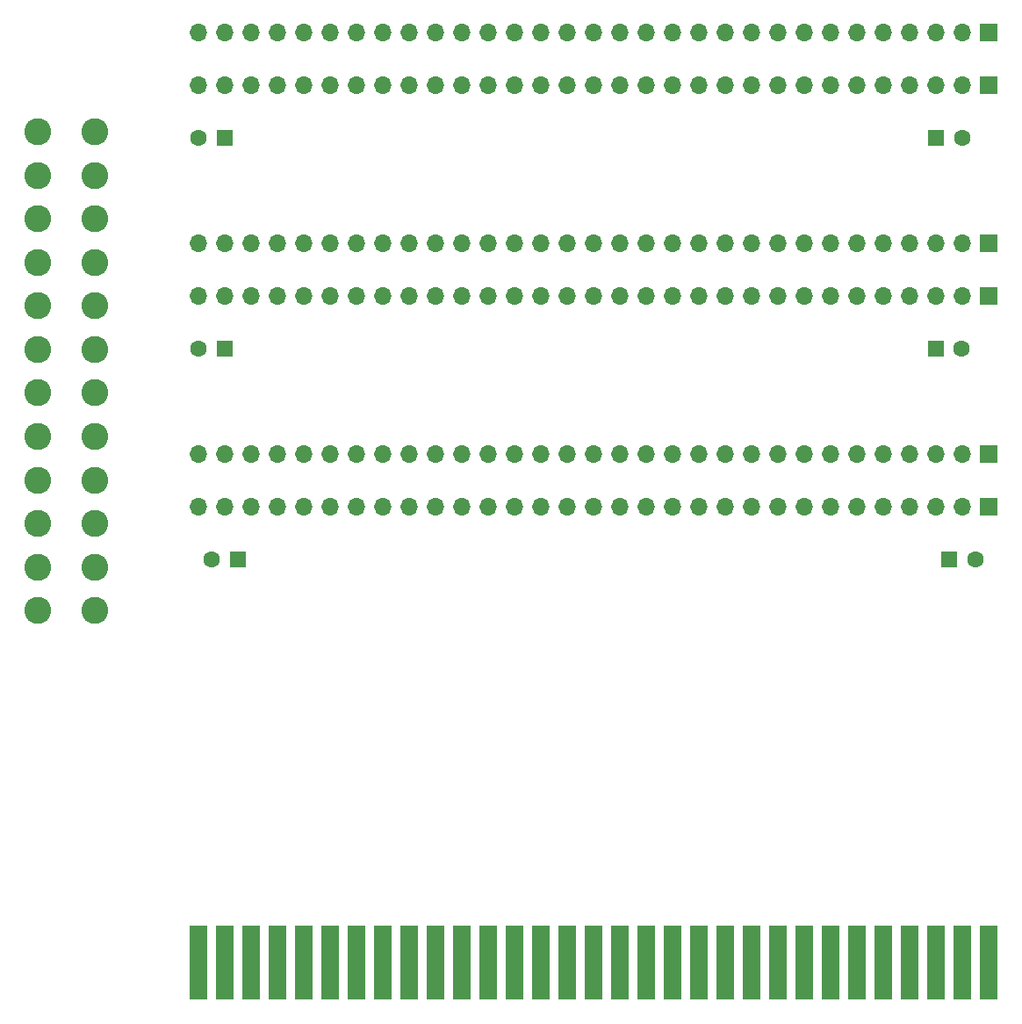
<source format=gbr>
%TF.GenerationSoftware,KiCad,Pcbnew,9.0.3*%
%TF.CreationDate,2025-07-28T21:25:01+02:00*%
%TF.ProjectId,Riser_M19_EXT,52697365-725f-44d3-9139-5f4558542e6b,rev?*%
%TF.SameCoordinates,Original*%
%TF.FileFunction,Soldermask,Top*%
%TF.FilePolarity,Negative*%
%FSLAX46Y46*%
G04 Gerber Fmt 4.6, Leading zero omitted, Abs format (unit mm)*
G04 Created by KiCad (PCBNEW 9.0.3) date 2025-07-28 21:25:01*
%MOMM*%
%LPD*%
G01*
G04 APERTURE LIST*
G04 Aperture macros list*
%AMRoundRect*
0 Rectangle with rounded corners*
0 $1 Rounding radius*
0 $2 $3 $4 $5 $6 $7 $8 $9 X,Y pos of 4 corners*
0 Add a 4 corners polygon primitive as box body*
4,1,4,$2,$3,$4,$5,$6,$7,$8,$9,$2,$3,0*
0 Add four circle primitives for the rounded corners*
1,1,$1+$1,$2,$3*
1,1,$1+$1,$4,$5*
1,1,$1+$1,$6,$7*
1,1,$1+$1,$8,$9*
0 Add four rect primitives between the rounded corners*
20,1,$1+$1,$2,$3,$4,$5,0*
20,1,$1+$1,$4,$5,$6,$7,0*
20,1,$1+$1,$6,$7,$8,$9,0*
20,1,$1+$1,$8,$9,$2,$3,0*%
G04 Aperture macros list end*
%ADD10C,2.600960*%
%ADD11R,1.700000X1.700000*%
%ADD12O,1.700000X1.700000*%
%ADD13RoundRect,0.250000X-0.550000X-0.550000X0.550000X-0.550000X0.550000X0.550000X-0.550000X0.550000X0*%
%ADD14C,1.600000*%
%ADD15R,1.778000X7.112000*%
%ADD16RoundRect,0.250000X0.550000X0.550000X-0.550000X0.550000X-0.550000X-0.550000X0.550000X-0.550000X0*%
G04 APERTURE END LIST*
D10*
%TO.C,PicoPSU*%
X101389180Y-101450140D03*
X101389180Y-97248980D03*
X101389180Y-93050360D03*
X101389180Y-88849200D03*
X101389180Y-84650580D03*
X101389180Y-80449420D03*
X101389180Y-76250800D03*
X101389180Y-72049640D03*
X101389180Y-67851020D03*
X101389180Y-63649860D03*
X106890820Y-101450140D03*
X106890820Y-97248980D03*
X106890820Y-93050360D03*
X106890820Y-88849200D03*
X106890820Y-84650580D03*
X106890820Y-80449420D03*
X106890820Y-76250800D03*
X106890820Y-72049640D03*
X106890820Y-67851020D03*
X106890820Y-63649860D03*
%TD*%
D11*
%TO.C,REF\u002A\u002A*%
X193040000Y-50800000D03*
D12*
X190500000Y-50800000D03*
X187960000Y-50800000D03*
X185420000Y-50800000D03*
X182880000Y-50800000D03*
X180340000Y-50800000D03*
X177800000Y-50800000D03*
X175260000Y-50800000D03*
X172720000Y-50800000D03*
X170180000Y-50800000D03*
X167640000Y-50800000D03*
X165100000Y-50800000D03*
X162560000Y-50800000D03*
X160020000Y-50800000D03*
X157480000Y-50800000D03*
X154940000Y-50800000D03*
X152400000Y-50800000D03*
X149860000Y-50800000D03*
X147320000Y-50800000D03*
X144780000Y-50800000D03*
X142240000Y-50800000D03*
X139700000Y-50800000D03*
X137160000Y-50800000D03*
X134620000Y-50800000D03*
X132080000Y-50800000D03*
X129540000Y-50800000D03*
X127000000Y-50800000D03*
X124460000Y-50800000D03*
X121920000Y-50800000D03*
X119380000Y-50800000D03*
X116840000Y-50800000D03*
%TD*%
D10*
%TO.C,*%
X101381560Y-55270400D03*
%TD*%
D13*
%TO.C,100\u00B5F*%
X187960000Y-76200000D03*
D14*
X190460000Y-76200000D03*
%TD*%
D11*
%TO.C,REF\u002A\u002A*%
X193040000Y-71120000D03*
D12*
X190500000Y-71120000D03*
X187960000Y-71120000D03*
X185420000Y-71120000D03*
X182880000Y-71120000D03*
X180340000Y-71120000D03*
X177800000Y-71120000D03*
X175260000Y-71120000D03*
X172720000Y-71120000D03*
X170180000Y-71120000D03*
X167640000Y-71120000D03*
X165100000Y-71120000D03*
X162560000Y-71120000D03*
X160020000Y-71120000D03*
X157480000Y-71120000D03*
X154940000Y-71120000D03*
X152400000Y-71120000D03*
X149860000Y-71120000D03*
X147320000Y-71120000D03*
X144780000Y-71120000D03*
X142240000Y-71120000D03*
X139700000Y-71120000D03*
X137160000Y-71120000D03*
X134620000Y-71120000D03*
X132080000Y-71120000D03*
X129540000Y-71120000D03*
X127000000Y-71120000D03*
X124460000Y-71120000D03*
X121920000Y-71120000D03*
X119380000Y-71120000D03*
X116840000Y-71120000D03*
%TD*%
D15*
%TO.C,BUS1*%
X193040000Y-135382000D03*
X190500000Y-135382000D03*
X187960000Y-135382000D03*
X185420000Y-135382000D03*
X182880000Y-135382000D03*
X180340000Y-135382000D03*
X177800000Y-135382000D03*
X175260000Y-135382000D03*
X172720000Y-135382000D03*
X170180000Y-135382000D03*
X167640000Y-135382000D03*
X165100000Y-135382000D03*
X162560000Y-135382000D03*
X160020000Y-135382000D03*
X157480000Y-135382000D03*
X154940000Y-135382000D03*
X152400000Y-135382000D03*
X149860000Y-135382000D03*
X147320000Y-135382000D03*
X144780000Y-135382000D03*
X142240000Y-135382000D03*
X139700000Y-135382000D03*
X137160000Y-135382000D03*
X134620000Y-135382000D03*
X132080000Y-135382000D03*
X129540000Y-135382000D03*
X127000000Y-135382000D03*
X124460000Y-135382000D03*
X121920000Y-135382000D03*
X119380000Y-135382000D03*
X116840000Y-135382000D03*
%TD*%
D16*
%TO.C,100\u00B5F*%
X119380000Y-76200000D03*
D14*
X116880000Y-76200000D03*
%TD*%
D11*
%TO.C,REF\u002A\u002A*%
X193040000Y-66040000D03*
D12*
X190500000Y-66040000D03*
X187960000Y-66040000D03*
X185420000Y-66040000D03*
X182880000Y-66040000D03*
X180340000Y-66040000D03*
X177800000Y-66040000D03*
X175260000Y-66040000D03*
X172720000Y-66040000D03*
X170180000Y-66040000D03*
X167640000Y-66040000D03*
X165100000Y-66040000D03*
X162560000Y-66040000D03*
X160020000Y-66040000D03*
X157480000Y-66040000D03*
X154940000Y-66040000D03*
X152400000Y-66040000D03*
X149860000Y-66040000D03*
X147320000Y-66040000D03*
X144780000Y-66040000D03*
X142240000Y-66040000D03*
X139700000Y-66040000D03*
X137160000Y-66040000D03*
X134620000Y-66040000D03*
X132080000Y-66040000D03*
X129540000Y-66040000D03*
X127000000Y-66040000D03*
X124460000Y-66040000D03*
X121920000Y-66040000D03*
X119380000Y-66040000D03*
X116840000Y-66040000D03*
%TD*%
D16*
%TO.C,100\u00B5F*%
X120650000Y-96520000D03*
D14*
X118150000Y-96520000D03*
%TD*%
D13*
%TO.C,100\u00B5F*%
X189270000Y-96520000D03*
D14*
X191770000Y-96520000D03*
%TD*%
D11*
%TO.C,REF\u002A\u002A*%
X193040000Y-45720000D03*
D12*
X190500000Y-45720000D03*
X187960000Y-45720000D03*
X185420000Y-45720000D03*
X182880000Y-45720000D03*
X180340000Y-45720000D03*
X177800000Y-45720000D03*
X175260000Y-45720000D03*
X172720000Y-45720000D03*
X170180000Y-45720000D03*
X167640000Y-45720000D03*
X165100000Y-45720000D03*
X162560000Y-45720000D03*
X160020000Y-45720000D03*
X157480000Y-45720000D03*
X154940000Y-45720000D03*
X152400000Y-45720000D03*
X149860000Y-45720000D03*
X147320000Y-45720000D03*
X144780000Y-45720000D03*
X142240000Y-45720000D03*
X139700000Y-45720000D03*
X137160000Y-45720000D03*
X134620000Y-45720000D03*
X132080000Y-45720000D03*
X129540000Y-45720000D03*
X127000000Y-45720000D03*
X124460000Y-45720000D03*
X121920000Y-45720000D03*
X119380000Y-45720000D03*
X116840000Y-45720000D03*
%TD*%
D13*
%TO.C,100\u00B5F*%
X188000000Y-55880000D03*
D14*
X190500000Y-55880000D03*
%TD*%
D10*
%TO.C,*%
X101381560Y-59461400D03*
%TD*%
%TO.C,*%
X106883200Y-59461400D03*
%TD*%
D11*
%TO.C,REF\u002A\u002A*%
X193040000Y-91440000D03*
D12*
X190500000Y-91440000D03*
X187960000Y-91440000D03*
X185420000Y-91440000D03*
X182880000Y-91440000D03*
X180340000Y-91440000D03*
X177800000Y-91440000D03*
X175260000Y-91440000D03*
X172720000Y-91440000D03*
X170180000Y-91440000D03*
X167640000Y-91440000D03*
X165100000Y-91440000D03*
X162560000Y-91440000D03*
X160020000Y-91440000D03*
X157480000Y-91440000D03*
X154940000Y-91440000D03*
X152400000Y-91440000D03*
X149860000Y-91440000D03*
X147320000Y-91440000D03*
X144780000Y-91440000D03*
X142240000Y-91440000D03*
X139700000Y-91440000D03*
X137160000Y-91440000D03*
X134620000Y-91440000D03*
X132080000Y-91440000D03*
X129540000Y-91440000D03*
X127000000Y-91440000D03*
X124460000Y-91440000D03*
X121920000Y-91440000D03*
X119380000Y-91440000D03*
X116840000Y-91440000D03*
%TD*%
D10*
%TO.C,*%
X106883200Y-55270400D03*
%TD*%
D16*
%TO.C,100\u00B5F*%
X119380000Y-55880000D03*
D14*
X116880000Y-55880000D03*
%TD*%
D11*
%TO.C,REF\u002A\u002A*%
X193040000Y-86360000D03*
D12*
X190500000Y-86360000D03*
X187960000Y-86360000D03*
X185420000Y-86360000D03*
X182880000Y-86360000D03*
X180340000Y-86360000D03*
X177800000Y-86360000D03*
X175260000Y-86360000D03*
X172720000Y-86360000D03*
X170180000Y-86360000D03*
X167640000Y-86360000D03*
X165100000Y-86360000D03*
X162560000Y-86360000D03*
X160020000Y-86360000D03*
X157480000Y-86360000D03*
X154940000Y-86360000D03*
X152400000Y-86360000D03*
X149860000Y-86360000D03*
X147320000Y-86360000D03*
X144780000Y-86360000D03*
X142240000Y-86360000D03*
X139700000Y-86360000D03*
X137160000Y-86360000D03*
X134620000Y-86360000D03*
X132080000Y-86360000D03*
X129540000Y-86360000D03*
X127000000Y-86360000D03*
X124460000Y-86360000D03*
X121920000Y-86360000D03*
X119380000Y-86360000D03*
X116840000Y-86360000D03*
%TD*%
M02*

</source>
